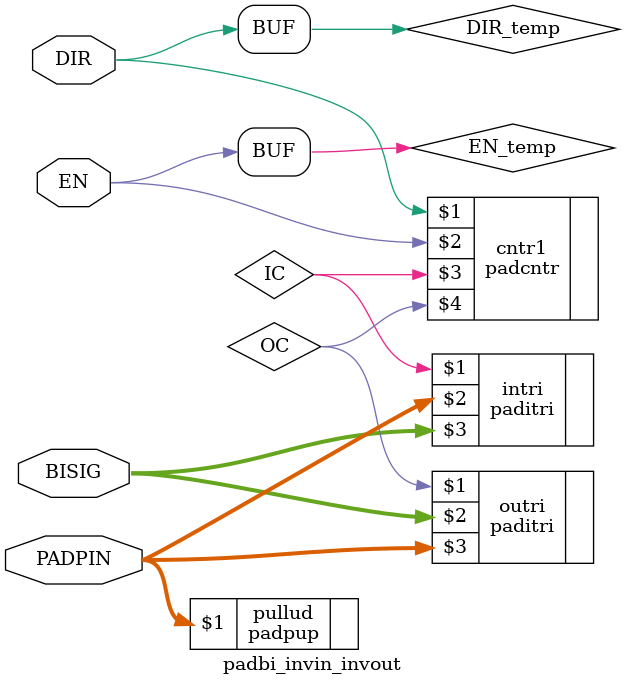
<source format=v>
module padbi_invin_invout(EN,DIR,BISIG,PADPIN);
  parameter M = 7;
  parameter N = 0;
  parameter SLIM_FLAG = 0;
  parameter OUTDRIVE = "4MA";
  parameter LEVEL_SHIFTING = 0;
  parameter SCHMITT_TRIGGER = 0;
  parameter PULL_TYPE = "None";
  parameter
        d_EN_r = 0,
        d_EN_f = 0,
        d_DIR_r = 0,
        d_DIR_f = 0,
        d_BISIG = 1,
        d_PADPIN = 1;
  input  EN;
  input  DIR;
  inout [M:N] BISIG;
  inout [M:N] PADPIN;
  wire  EN_temp;
  wire  DIR_temp;
  wire [M:N] BISIG_temp;
  wire [M:N] PADPIN_temp;
  wire  IC;
  wire  OC;
  assign #(d_EN_r,d_EN_f) EN_temp = EN;
  assign #(d_DIR_r,d_DIR_f) DIR_temp = DIR;
  padpup #(M,N,PULL_TYPE) pullud (PADPIN);
  paditri #(M,N) outri (OC,BISIG,PADPIN);
  paditri #(M,N) intri (IC,PADPIN,BISIG);
  padcntr cntr1 (DIR_temp,EN_temp,IC,OC);
endmodule

</source>
